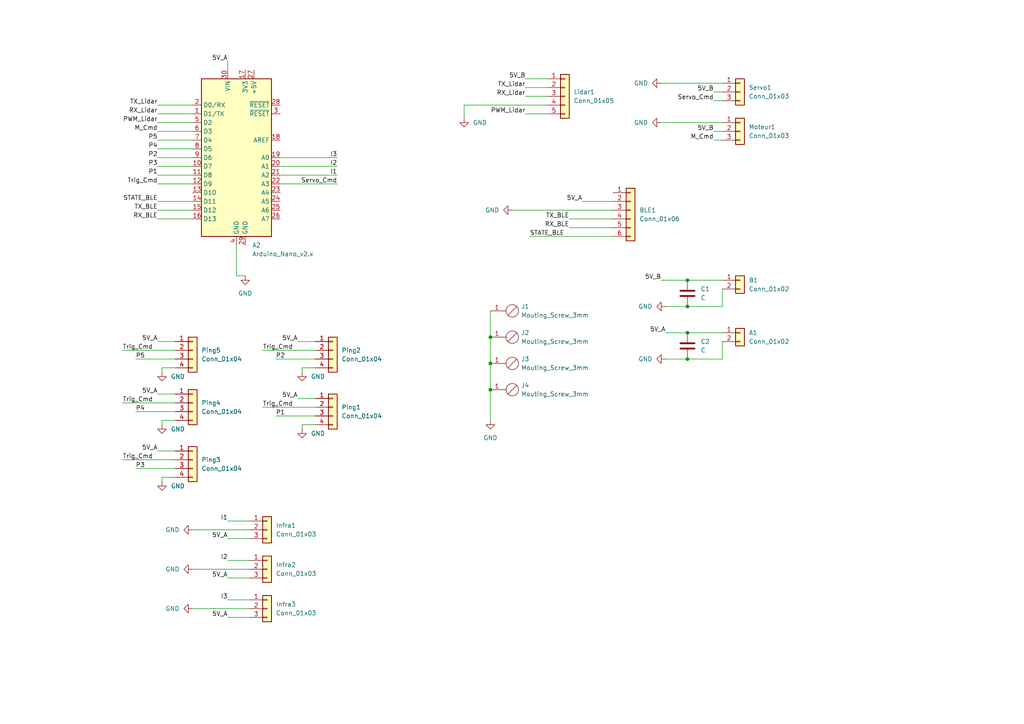
<source format=kicad_sch>
(kicad_sch (version 20211123) (generator eeschema)
  (paper "A4")
  (lib_symbols
    (symbol "Connector_Generic:Conn_01x02" (pin_names (offset 1.016) hide)
      (property "Reference" "J" (at 0 2.54 0))
      (property "Value" "Conn_01x02" (at 0 -5.08 0))
      (symbol "Conn_01x02_1_1"
        (rectangle (start -1.27 -2.413) (end 0 -2.667) (stroke (width 0.1524)))
        (rectangle (start -1.27 0.127) (end 0 -0.127) (stroke (width 0.1524)))
        (rectangle (start -1.27 1.27) (end 1.27 -3.81) (stroke (width 0.254)) (fill (type background)))
        (pin passive line (at -5.08 0 0) (length 3.81) (name "Pin_1") (number "1"))
        (pin passive line (at -5.08 -2.54 0) (length 3.81) (name "Pin_2") (number "2"))
      )
    )
    (symbol "Connector_Generic:Conn_01x03" (pin_names (offset 1.016) hide)
      (property "Reference" "J" (at 0 5.08 0))
      (property "Value" "Conn_01x03" (at 0 -5.08 0))
      (symbol "Conn_01x03_1_1"
        (rectangle (start -1.27 -2.413) (end 0 -2.667) (stroke (width 0.1524)))
        (rectangle (start -1.27 0.127) (end 0 -0.127) (stroke (width 0.1524)))
        (rectangle (start -1.27 2.667) (end 0 2.413) (stroke (width 0.1524)))
        (rectangle (start -1.27 3.81) (end 1.27 -3.81) (stroke (width 0.254)) (fill (type background)))
        (pin passive line (at -5.08 2.54 0) (length 3.81) (name "Pin_1") (number "1"))
        (pin passive line (at -5.08 0 0) (length 3.81) (name "Pin_2") (number "2"))
        (pin passive line (at -5.08 -2.54 0) (length 3.81) (name "Pin_3") (number "3"))
      )
    )
    (symbol "Connector_Generic:Conn_01x04" (pin_names (offset 1.016) hide)
      (property "Reference" "J" (at 0 5.08 0))
      (property "Value" "Conn_01x04" (at 0 -7.62 0))
      (symbol "Conn_01x04_1_1"
        (rectangle (start -1.27 -4.953) (end 0 -5.207) (stroke (width 0.1524)))
        (rectangle (start -1.27 -2.413) (end 0 -2.667) (stroke (width 0.1524)))
        (rectangle (start -1.27 0.127) (end 0 -0.127) (stroke (width 0.1524)))
        (rectangle (start -1.27 2.667) (end 0 2.413) (stroke (width 0.1524)))
        (rectangle (start -1.27 3.81) (end 1.27 -6.35) (stroke (width 0.254)) (fill (type background)))
        (pin passive line (at -5.08 2.54 0) (length 3.81) (name "Pin_1") (number "1"))
        (pin passive line (at -5.08 0 0) (length 3.81) (name "Pin_2") (number "2"))
        (pin passive line (at -5.08 -2.54 0) (length 3.81) (name "Pin_3") (number "3"))
        (pin passive line (at -5.08 -5.08 0) (length 3.81) (name "Pin_4") (number "4"))
      )
    )
    (symbol "Connector_Generic:Conn_01x05" (pin_names (offset 1.016) hide)
      (property "Reference" "J" (at 0 7.62 0))
      (property "Value" "Conn_01x05" (at 0 -7.62 0))
      (symbol "Conn_01x05_1_1"
        (rectangle (start -1.27 -4.953) (end 0 -5.207) (stroke (width 0.1524)))
        (rectangle (start -1.27 -2.413) (end 0 -2.667) (stroke (width 0.1524)))
        (rectangle (start -1.27 0.127) (end 0 -0.127) (stroke (width 0.1524)))
        (rectangle (start -1.27 2.667) (end 0 2.413) (stroke (width 0.1524)))
        (rectangle (start -1.27 5.207) (end 0 4.953) (stroke (width 0.1524)))
        (rectangle (start -1.27 6.35) (end 1.27 -6.35) (stroke (width 0.254)) (fill (type background)))
        (pin passive line (at -5.08 5.08 0) (length 3.81) (name "Pin_1") (number "1"))
        (pin passive line (at -5.08 2.54 0) (length 3.81) (name "Pin_2") (number "2"))
        (pin passive line (at -5.08 0 0) (length 3.81) (name "Pin_3") (number "3"))
        (pin passive line (at -5.08 -2.54 0) (length 3.81) (name "Pin_4") (number "4"))
        (pin passive line (at -5.08 -5.08 0) (length 3.81) (name "Pin_5") (number "5"))
      )
    )
    (symbol "Connector_Generic:Conn_01x06" (pin_names (offset 1.016) hide)
      (property "Reference" "J" (at 0 7.62 0))
      (property "Value" "Conn_01x06" (at 0 -10.16 0))
      (symbol "Conn_01x06_1_1"
        (rectangle (start -1.27 -7.493) (end 0 -7.747) (stroke (width 0.1524)))
        (rectangle (start -1.27 -4.953) (end 0 -5.207) (stroke (width 0.1524)))
        (rectangle (start -1.27 -2.413) (end 0 -2.667) (stroke (width 0.1524)))
        (rectangle (start -1.27 0.127) (end 0 -0.127) (stroke (width 0.1524)))
        (rectangle (start -1.27 2.667) (end 0 2.413) (stroke (width 0.1524)))
        (rectangle (start -1.27 5.207) (end 0 4.953) (stroke (width 0.1524)))
        (rectangle (start -1.27 6.35) (end 1.27 -8.89) (stroke (width 0.254)) (fill (type background)))
        (pin passive line (at -5.08 5.08 0) (length 3.81) (name "Pin_1") (number "1"))
        (pin passive line (at -5.08 2.54 0) (length 3.81) (name "Pin_2") (number "2"))
        (pin passive line (at -5.08 0 0) (length 3.81) (name "Pin_3") (number "3"))
        (pin passive line (at -5.08 -2.54 0) (length 3.81) (name "Pin_4") (number "4"))
        (pin passive line (at -5.08 -5.08 0) (length 3.81) (name "Pin_5") (number "5"))
        (pin passive line (at -5.08 -7.62 0) (length 3.81) (name "Pin_6") (number "6"))
      )
    )
    (symbol "MCU_Module:Arduino_Nano_v2.x"
      (property "Reference" "A" (at -10.16 23.495 0))
      (property "Value" "Arduino_Nano_v2.x" (at 5.08 -24.13 0))
      (symbol "Arduino_Nano_v2.x_0_1"
        (rectangle (start -10.16 22.86) (end 10.16 -22.86) (stroke (width 0.254)) (fill (type background)))
      )
      (symbol "Arduino_Nano_v2.x_1_1"
        (pin bidirectional line (at -12.7 12.7 0) (length 2.54) (name "D1/TX") (number "1"))
        (pin bidirectional line (at -12.7 -2.54 0) (length 2.54) (name "D7") (number "10"))
        (pin bidirectional line (at -12.7 -5.08 0) (length 2.54) (name "D8") (number "11"))
        (pin bidirectional line (at -12.7 -7.62 0) (length 2.54) (name "D9") (number "12"))
        (pin bidirectional line (at -12.7 -10.16 0) (length 2.54) (name "D10") (number "13"))
        (pin bidirectional line (at -12.7 -12.7 0) (length 2.54) (name "D11") (number "14"))
        (pin bidirectional line (at -12.7 -15.24 0) (length 2.54) (name "D12") (number "15"))
        (pin bidirectional line (at -12.7 -17.78 0) (length 2.54) (name "D13") (number "16"))
        (pin power_out line (at 2.54 25.4 270) (length 2.54) (name "3V3") (number "17"))
        (pin input line (at 12.7 5.08 180) (length 2.54) (name "AREF") (number "18"))
        (pin bidirectional line (at 12.7 0 180) (length 2.54) (name "A0") (number "19"))
        (pin bidirectional line (at -12.7 15.24 0) (length 2.54) (name "D0/RX") (number "2"))
        (pin bidirectional line (at 12.7 -2.54 180) (length 2.54) (name "A1") (number "20"))
        (pin bidirectional line (at 12.7 -5.08 180) (length 2.54) (name "A2") (number "21"))
        (pin bidirectional line (at 12.7 -7.62 180) (length 2.54) (name "A3") (number "22"))
        (pin bidirectional line (at 12.7 -10.16 180) (length 2.54) (name "A4") (number "23"))
        (pin bidirectional line (at 12.7 -12.7 180) (length 2.54) (name "A5") (number "24"))
        (pin bidirectional line (at 12.7 -15.24 180) (length 2.54) (name "A6") (number "25"))
        (pin bidirectional line (at 12.7 -17.78 180) (length 2.54) (name "A7") (number "26"))
        (pin power_out line (at 5.08 25.4 270) (length 2.54) (name "+5V") (number "27"))
        (pin input line (at 12.7 15.24 180) (length 2.54) (name "~{RESET}") (number "28"))
        (pin power_in line (at 2.54 -25.4 90) (length 2.54) (name "GND") (number "29"))
        (pin input line (at 12.7 12.7 180) (length 2.54) (name "~{RESET}") (number "3"))
        (pin power_in line (at -2.54 25.4 270) (length 2.54) (name "VIN") (number "30"))
        (pin power_in line (at 0 -25.4 90) (length 2.54) (name "GND") (number "4"))
        (pin bidirectional line (at -12.7 10.16 0) (length 2.54) (name "D2") (number "5"))
        (pin bidirectional line (at -12.7 7.62 0) (length 2.54) (name "D3") (number "6"))
        (pin bidirectional line (at -12.7 5.08 0) (length 2.54) (name "D4") (number "7"))
        (pin bidirectional line (at -12.7 2.54 0) (length 2.54) (name "D5") (number "8"))
        (pin bidirectional line (at -12.7 0 0) (length 2.54) (name "D6") (number "9"))
      )
    )
    (symbol "SymbGamelGe2:C" (pin_numbers hide) (pin_names (offset 0.254))
      (property "Reference" "C" (at 0.635 2.54 0))
      (property "Value" "C" (at 0.635 -2.54 0))
      (symbol "C_0_1"
        (polyline (pts (xy -2.032 -0.762) (xy 2.032 -0.762)) (stroke (width 0.508)))
        (polyline (pts (xy -2.032 0.762) (xy 2.032 0.762)) (stroke (width 0.508)))
      )
      (symbol "C_1_1"
        (pin passive line (at 0 3.81 270) (length 2.794) (name "~") (number "1"))
        (pin passive line (at 0 -3.81 90) (length 2.794) (name "~") (number "2"))
      )
    )
    (symbol "SymbGamelGe2:Mouting_Screw_3mm" (pin_names (offset 1.016) hide)
      (property "Reference" "J" (at 0 2.54 0))
      (property "Value" "Mouting_Screw_3mm" (at 1.27 -2.54 0))
      (symbol "Mouting_Screw_3mm_0_1"
        (polyline (pts (xy 0 -1.27) (xy 2.54 1.27)))
        (circle (center 1.27 0) (radius 1.8034))
      )
      (symbol "Mouting_Screw_3mm_1_1"
        (polyline (pts (xy -1.27 0) (xy -0.508 0)) (stroke (width 0.1524)))
        (pin passive line (at -5.08 0 0) (length 3.81) (name "Pin_1") (number "1"))
      )
    )
    (symbol "power:GND" (power) (pin_names (offset 0))
      (property "Value" "GND" (at 0 -3.81 0))
      (symbol "GND_0_1"
        (polyline (pts (xy 0 0) (xy 0 -1.27) (xy 1.27 -1.27) (xy 0 -2.54) (xy -1.27 -1.27) (xy 0 -1.27)))
      )
      (symbol "GND_1_1"
        (pin power_in line (at 0 0 270) (length 0) hide (name "GND") (number "1"))
      )
    )
  )
  (junction (at 199.39 88.9))
  (junction (at 142.24 113.03))
  (junction (at 142.24 105.41))
  (junction (at 199.39 81.28))
  (junction (at 199.39 96.52))
  (junction (at 142.24 97.79))
  (junction (at 199.39 104.14))
  (wire (pts (xy 46.99 106.68) (xy 46.99 107.95)))
  (wire (pts (xy 142.24 113.03) (xy 142.24 121.92)))
  (wire (pts (xy 35.56 133.35) (xy 50.8 133.35)))
  (wire (pts (xy 134.62 30.48) (xy 134.62 34.29)))
  (wire (pts (xy 39.37 104.14) (xy 50.8 104.14)))
  (wire (pts (xy 86.36 99.06) (xy 91.44 99.06)))
  (wire (pts (xy 71.12 80.01) (xy 68.58 80.01)))
  (wire (pts (xy 45.72 58.42) (xy 55.88 58.42)))
  (wire (pts (xy 209.55 104.14) (xy 199.39 104.14)))
  (wire (pts (xy 91.44 123.19) (xy 87.63 123.19)))
  (wire (pts (xy 50.8 121.92) (xy 46.99 121.92)))
  (wire (pts (xy 91.44 106.68) (xy 87.63 106.68)))
  (wire (pts (xy 45.72 40.64) (xy 55.88 40.64)))
  (wire (pts (xy 39.37 135.89) (xy 50.8 135.89)))
  (wire (pts (xy 158.75 30.48) (xy 134.62 30.48)))
  (wire (pts (xy 207.01 38.1) (xy 209.55 38.1)))
  (wire (pts (xy 45.72 114.3) (xy 50.8 114.3)))
  (wire (pts (xy 45.72 130.81) (xy 50.8 130.81)))
  (wire (pts (xy 142.24 90.17) (xy 142.24 97.79)))
  (wire (pts (xy 209.55 88.9) (xy 209.55 83.82)))
  (wire (pts (xy 191.77 35.56) (xy 209.55 35.56)))
  (wire (pts (xy 76.2 118.11) (xy 91.44 118.11)))
  (wire (pts (xy 165.1 63.5) (xy 177.8 63.5)))
  (wire (pts (xy 152.4 25.4) (xy 158.75 25.4)))
  (wire (pts (xy 142.24 105.41) (xy 142.24 113.03)))
  (wire (pts (xy 81.28 45.72) (xy 97.79 45.72)))
  (wire (pts (xy 72.39 165.1) (xy 55.88 165.1)))
  (wire (pts (xy 87.63 123.19) (xy 87.63 124.46)))
  (wire (pts (xy 72.39 153.67) (xy 55.88 153.67)))
  (wire (pts (xy 152.4 27.94) (xy 158.75 27.94)))
  (wire (pts (xy 66.04 167.64) (xy 72.39 167.64)))
  (wire (pts (xy 45.72 45.72) (xy 55.88 45.72)))
  (wire (pts (xy 45.72 48.26) (xy 55.88 48.26)))
  (wire (pts (xy 66.04 17.78) (xy 66.04 20.32)))
  (wire (pts (xy 168.91 58.42) (xy 177.8 58.42)))
  (wire (pts (xy 193.04 104.14) (xy 199.39 104.14)))
  (wire (pts (xy 142.24 97.79) (xy 142.24 105.41)))
  (wire (pts (xy 66.04 173.99) (xy 72.39 173.99)))
  (wire (pts (xy 66.04 156.21) (xy 72.39 156.21)))
  (wire (pts (xy 152.4 33.02) (xy 158.75 33.02)))
  (wire (pts (xy 199.39 81.28) (xy 209.55 81.28)))
  (wire (pts (xy 191.77 24.13) (xy 209.55 24.13)))
  (wire (pts (xy 45.72 35.56) (xy 55.88 35.56)))
  (wire (pts (xy 199.39 88.9) (xy 209.55 88.9)))
  (wire (pts (xy 76.2 101.6) (xy 91.44 101.6)))
  (wire (pts (xy 193.04 96.52) (xy 199.39 96.52)))
  (wire (pts (xy 209.55 99.06) (xy 209.55 104.14)))
  (wire (pts (xy 45.72 99.06) (xy 50.8 99.06)))
  (wire (pts (xy 50.8 138.43) (xy 46.99 138.43)))
  (wire (pts (xy 193.04 88.9) (xy 199.39 88.9)))
  (wire (pts (xy 46.99 121.92) (xy 46.99 123.19)))
  (wire (pts (xy 81.28 48.26) (xy 97.79 48.26)))
  (wire (pts (xy 207.01 29.21) (xy 209.55 29.21)))
  (wire (pts (xy 68.58 80.01) (xy 68.58 71.12)))
  (wire (pts (xy 45.72 30.48) (xy 55.88 30.48)))
  (wire (pts (xy 45.72 60.96) (xy 55.88 60.96)))
  (wire (pts (xy 66.04 151.13) (xy 72.39 151.13)))
  (wire (pts (xy 66.04 162.56) (xy 72.39 162.56)))
  (wire (pts (xy 50.8 106.68) (xy 46.99 106.68)))
  (wire (pts (xy 199.39 96.52) (xy 209.55 96.52)))
  (wire (pts (xy 45.72 38.1) (xy 55.88 38.1)))
  (wire (pts (xy 35.56 116.84) (xy 50.8 116.84)))
  (wire (pts (xy 153.67 68.58) (xy 177.8 68.58)))
  (wire (pts (xy 45.72 33.02) (xy 55.88 33.02)))
  (wire (pts (xy 45.72 43.18) (xy 55.88 43.18)))
  (wire (pts (xy 35.56 101.6) (xy 50.8 101.6)))
  (wire (pts (xy 66.04 179.07) (xy 72.39 179.07)))
  (wire (pts (xy 45.72 50.8) (xy 55.88 50.8)))
  (wire (pts (xy 81.28 50.8) (xy 97.79 50.8)))
  (wire (pts (xy 86.36 115.57) (xy 91.44 115.57)))
  (wire (pts (xy 45.72 53.34) (xy 55.88 53.34)))
  (wire (pts (xy 207.01 26.67) (xy 209.55 26.67)))
  (wire (pts (xy 207.01 40.64) (xy 209.55 40.64)))
  (wire (pts (xy 165.1 66.04) (xy 177.8 66.04)))
  (wire (pts (xy 80.01 104.14) (xy 91.44 104.14)))
  (wire (pts (xy 46.99 138.43) (xy 46.99 139.7)))
  (wire (pts (xy 191.77 81.28) (xy 199.39 81.28)))
  (wire (pts (xy 81.28 53.34) (xy 97.79 53.34)))
  (wire (pts (xy 87.63 106.68) (xy 87.63 107.95)))
  (wire (pts (xy 80.01 120.65) (xy 91.44 120.65)))
  (wire (pts (xy 72.39 176.53) (xy 55.88 176.53)))
  (wire (pts (xy 148.59 60.96) (xy 177.8 60.96)))
  (wire (pts (xy 45.72 63.5) (xy 55.88 63.5)))
  (wire (pts (xy 39.37 119.38) (xy 50.8 119.38)))
  (wire (pts (xy 152.4 22.86) (xy 158.75 22.86)))
  (label "P3" (at 45.72 48.26 180))
  (label "Servo_Cmd" (at 207.01 29.21 180))
  (label "Trig_Cmd" (at 45.72 53.34 180))
  (label "5V_A" (at 66.04 17.78 180))
  (label "TX_BLE" (at 165.1 63.5 180))
  (label "P1" (at 45.72 50.8 180))
  (label "I3" (at 66.04 173.99 180))
  (label "P4" (at 39.37 119.38 0))
  (label "RX_Lidar" (at 152.4 27.94 180))
  (label "Trig_Cmd" (at 76.2 118.11 0))
  (label "5V_A" (at 45.72 114.3 180))
  (label "P2" (at 45.72 45.72 180))
  (label "P5" (at 39.37 104.14 0))
  (label "TX_Lidar" (at 45.72 30.48 180))
  (label "PWM_Lidar" (at 152.4 33.02 180))
  (label "I1" (at 97.79 50.8 180))
  (label "5V_B" (at 207.01 38.1 180))
  (label "P3" (at 39.37 135.89 0))
  (label "STATE_BLE" (at 45.72 58.42 180))
  (label "5V_B" (at 191.77 81.28 180))
  (label "Servo_Cmd" (at 97.79 53.34 180))
  (label "5V_A" (at 45.72 130.81 180))
  (label "Trig_Cmd" (at 35.56 133.35 0))
  (label "RX_BLE" (at 165.1 66.04 180))
  (label "5V_B" (at 152.4 22.86 180))
  (label "I3" (at 97.79 45.72 180))
  (label "M_Cmd" (at 207.01 40.64 180))
  (label "5V_A" (at 86.36 99.06 180))
  (label "Trig_Cmd" (at 76.2 101.6 0))
  (label "P2" (at 80.01 104.14 0))
  (label "5V_A" (at 66.04 156.21 180))
  (label "5V_A" (at 66.0449 179.07 180))
  (label "Trig_Cmd" (at 35.56 101.6 0))
  (label "Trig_Cmd" (at 35.56 116.84 0))
  (label "P4" (at 45.72 43.18 180))
  (label "5V_B" (at 207.01 26.67 180))
  (label "TX_Lidar" (at 152.4 25.4 180))
  (label "RX_Lidar" (at 45.72 33.02 180))
  (label "P5" (at 45.72 40.64 180))
  (label "P1" (at 80.01 120.65 0))
  (label "5V_A" (at 45.72 99.06 180))
  (label "5V_A" (at 66.04 167.64 180))
  (label "TX_BLE" (at 45.72 60.96 180))
  (label "STATE_BLE" (at 153.67 68.58 0))
  (label "5V_A" (at 168.91 58.42 180))
  (label "PWM_Lidar" (at 45.72 35.56 180))
  (label "5V_A" (at 193.04 96.52 180))
  (label "I1" (at 66.04 151.13 180))
  (label "5V_A" (at 86.36 115.57 180))
  (label "I2" (at 97.79 48.26 180))
  (label "RX_BLE" (at 45.72 63.5 180))
  (label "I2" (at 66.04 162.56 180))
  (label "M_Cmd" (at 45.72 38.1 180))
  (symbol (lib_id "power:GND") (at 87.63 124.46 0) (unit 1)
    (property "Reference" "#PWR0108" (effects hide))
    (property "Value" "GND" (at 90.17 125.7299 0) (effects (justify left)))
  )
  (symbol (lib_id "Connector_Generic:Conn_01x02") (at 214.63 81.28 0) (unit 1)
    (property "Reference" "B1" (at 217.17 81.2799 0) (effects (justify left)))
    (property "Value" "Conn_01x02" (at 217.17 83.8199 0) (effects (justify left)))
    (property "Footprint" "Connector_PinHeader_2.54mm:PinHeader_1x02_P2.54mm_Vertical" (effects hide))
  )
  (symbol (lib_id "SymbGamelGe2:C") (at 199.39 85.09 0) (unit 1)
    (property "Reference" "C1" (at 203.2 83.8199 0) (effects (justify left)))
    (property "Value" "C" (at 203.2 86.3599 0) (effects (justify left)))
    (property "Footprint" "FootprintGamelGe2:C_Rect_L7.0mm_W2.5mm_P5.00mm" (effects hide))
  )
  (symbol (lib_id "Connector_Generic:Conn_01x04") (at 55.88 101.6 0) (unit 1)
    (property "Reference" "Ping5" (at 58.42 101.5999 0) (effects (justify left)))
    (property "Value" "Conn_01x04" (at 58.42 104.1399 0) (effects (justify left)))
    (property "Footprint" "Connector_PinHeader_2.54mm:PinHeader_1x04_P2.54mm_Vertical" (effects hide))
  )
  (symbol (lib_id "power:GND") (at 134.62 34.29 0) (unit 1)
    (property "Reference" "#PWR0101" (effects hide))
    (property "Value" "GND" (at 137.16 35.5599 0) (effects (justify left)))
  )
  (symbol (lib_id "power:GND") (at 46.99 123.19 0) (unit 1)
    (property "Reference" "#PWR0104" (effects hide))
    (property "Value" "GND" (at 49.53 124.4599 0) (effects (justify left)))
  )
  (symbol (lib_id "power:GND") (at 193.04 88.9 270) (unit 1)
    (property "Reference" "#PWR0113" (effects hide))
    (property "Value" "GND" (at 189.23 88.8999 90) (effects (justify right)))
  )
  (symbol (lib_id "Connector_Generic:Conn_01x03") (at 77.47 153.67 0) (unit 1)
    (property "Reference" "Infra1" (at 80.01 152.3999 0) (effects (justify left)))
    (property "Value" "Conn_01x03" (at 80.01 154.9399 0) (effects (justify left)))
    (property "Footprint" "Connector_PinHeader_2.54mm:PinHeader_1x03_P2.54mm_Vertical" (effects hide))
  )
  (symbol (lib_id "MCU_Module:Arduino_Nano_v2.x") (at 68.58 45.72 0) (unit 1)
    (property "Reference" "A2" (at 73.1394 71.12 0) (effects (justify left)))
    (property "Value" "Arduino_Nano_v2.x" (at 73.1394 73.66 0) (effects (justify left)))
    (property "Footprint" "Module:Arduino_Nano" (effects hide))
    (property "Datasheet" "https://www.arduino.cc/en/uploads/Main/ArduinoNanoManual23.pdf" (effects hide))
  )
  (symbol (lib_id "Connector_Generic:Conn_01x04") (at 55.88 116.84 0) (unit 1)
    (property "Reference" "Ping4" (at 58.42 116.8399 0) (effects (justify left)))
    (property "Value" "Conn_01x04" (at 58.42 119.3799 0) (effects (justify left)))
    (property "Footprint" "Connector_PinHeader_2.54mm:PinHeader_1x04_P2.54mm_Vertical" (effects hide))
  )
  (symbol (lib_id "SymbGamelGe2:Mouting_Screw_3mm") (at 147.32 97.79 0) (unit 1)
    (property "Reference" "J2" (at 151.13 96.5199 0) (effects (justify left)))
    (property "Value" "Mouting_Screw_3mm" (at 151.13 99.0599 0) (effects (justify left)))
    (property "Footprint" "FootprintGamelGe2:Mouting_Screw_3mm" (effects hide))
  )
  (symbol (lib_id "power:GND") (at 87.63 107.95 0) (unit 1)
    (property "Reference" "#PWR0106" (effects hide))
    (property "Value" "GND" (at 90.17 109.2199 0) (effects (justify left)))
  )
  (symbol (lib_id "Connector_Generic:Conn_01x03") (at 77.47 176.53 0) (unit 1)
    (property "Reference" "Infra3" (at 80.01 175.2599 0) (effects (justify left)))
    (property "Value" "Conn_01x03" (at 80.01 177.7999 0) (effects (justify left)))
    (property "Footprint" "Connector_PinHeader_2.54mm:PinHeader_1x03_P2.54mm_Vertical" (effects hide))
  )
  (symbol (lib_id "power:GND") (at 148.59 60.96 270) (unit 1)
    (property "Reference" "#PWR0102" (effects hide))
    (property "Value" "GND" (at 144.78 60.9599 90) (effects (justify right)))
  )
  (symbol (lib_id "Connector_Generic:Conn_01x03") (at 214.63 38.1 0) (unit 1)
    (property "Reference" "Moteur1" (at 217.17 36.8299 0) (effects (justify left)))
    (property "Value" "Conn_01x03" (at 217.17 39.3699 0) (effects (justify left)))
    (property "Footprint" "Connector_PinHeader_2.54mm:PinHeader_1x03_P2.54mm_Vertical" (effects hide))
  )
  (symbol (lib_id "SymbGamelGe2:Mouting_Screw_3mm") (at 147.32 105.41 0) (unit 1)
    (property "Reference" "J3" (at 151.13 104.1399 0) (effects (justify left)))
    (property "Value" "Mouting_Screw_3mm" (at 151.13 106.6799 0) (effects (justify left)))
    (property "Footprint" "FootprintGamelGe2:Mouting_Screw_3mm" (effects hide))
  )
  (symbol (lib_id "Connector_Generic:Conn_01x06") (at 182.88 60.96 0) (unit 1)
    (property "Reference" "BLE1" (at 185.42 60.9599 0) (effects (justify left)))
    (property "Value" "Conn_01x06" (at 185.42 63.4999 0) (effects (justify left)))
    (property "Footprint" "Connector_PinHeader_2.54mm:PinHeader_1x06_P2.54mm_Vertical" (effects hide))
  )
  (symbol (lib_id "power:GND") (at 46.99 107.95 0) (unit 1)
    (property "Reference" "#PWR0107" (effects hide))
    (property "Value" "GND" (at 49.53 109.2199 0) (effects (justify left)))
  )
  (symbol (lib_id "SymbGamelGe2:Mouting_Screw_3mm") (at 147.32 113.03 0) (unit 1)
    (property "Reference" "J4" (at 151.13 111.7599 0) (effects (justify left)))
    (property "Value" "Mouting_Screw_3mm" (at 151.13 114.2999 0) (effects (justify left)))
    (property "Footprint" "FootprintGamelGe2:Mouting_Screw_3mm" (effects hide))
  )
  (symbol (lib_id "SymbGamelGe2:C") (at 199.39 100.33 0) (unit 1)
    (property "Reference" "C2" (at 203.2 99.0599 0) (effects (justify left)))
    (property "Value" "C" (at 203.2 101.5999 0) (effects (justify left)))
    (property "Footprint" "FootprintGamelGe2:C_Rect_L7.0mm_W2.5mm_P5.00mm" (effects hide))
  )
  (symbol (lib_id "power:GND") (at 191.77 35.56 270) (unit 1)
    (property "Reference" "#PWR0118" (effects hide))
    (property "Value" "GND" (at 187.96 35.5599 90) (effects (justify right)))
  )
  (symbol (lib_id "Connector_Generic:Conn_01x04") (at 96.52 101.6 0) (unit 1)
    (property "Reference" "Ping2" (at 99.06 101.5999 0) (effects (justify left)))
    (property "Value" "Conn_01x04" (at 99.06 104.1399 0) (effects (justify left)))
    (property "Footprint" "Connector_PinHeader_2.54mm:PinHeader_1x04_P2.54mm_Vertical" (effects hide))
  )
  (symbol (lib_id "power:GND") (at 71.12 80.01 0) (unit 1)
    (property "Reference" "#PWR0103" (effects hide))
    (property "Value" "GND" (at 71.12 85.09 0))
  )
  (symbol (lib_id "power:GND") (at 55.88 165.1 270) (unit 1)
    (property "Reference" "#PWR0111" (effects hide))
    (property "Value" "GND" (at 52.07 165.0999 90) (effects (justify right)))
  )
  (symbol (lib_id "power:GND") (at 55.88 176.53 270) (unit 1)
    (property "Reference" "#PWR0110" (effects hide))
    (property "Value" "GND" (at 52.07 176.5299 90) (effects (justify right)))
  )
  (symbol (lib_id "Connector_Generic:Conn_01x03") (at 214.63 26.67 0) (unit 1)
    (property "Reference" "Servo1" (at 217.17 25.3999 0) (effects (justify left)))
    (property "Value" "Conn_01x03" (at 217.17 27.9399 0) (effects (justify left)))
    (property "Footprint" "Connector_PinHeader_2.54mm:PinHeader_1x03_P2.54mm_Vertical" (effects hide))
  )
  (symbol (lib_id "Connector_Generic:Conn_01x03") (at 77.47 165.1 0) (unit 1)
    (property "Reference" "Infra2" (at 80.01 163.8299 0) (effects (justify left)))
    (property "Value" "Conn_01x03" (at 80.01 166.3699 0) (effects (justify left)))
    (property "Footprint" "Connector_PinHeader_2.54mm:PinHeader_1x03_P2.54mm_Vertical" (effects hide))
  )
  (symbol (lib_id "Connector_Generic:Conn_01x05") (at 163.83 27.94 0) (unit 1)
    (property "Reference" "Lidar1" (at 166.37 26.6699 0) (effects (justify left)))
    (property "Value" "Conn_01x05" (at 166.37 29.2099 0) (effects (justify left)))
    (property "Footprint" "Connector_PinHeader_2.54mm:PinHeader_1x05_P2.54mm_Vertical" (effects hide))
  )
  (symbol (lib_id "power:GND") (at 193.04 104.14 270) (unit 1)
    (property "Reference" "#PWR0116" (effects hide))
    (property "Value" "GND" (at 189.23 104.1399 90) (effects (justify right)))
  )
  (symbol (lib_id "Connector_Generic:Conn_01x04") (at 55.88 133.35 0) (unit 1)
    (property "Reference" "Ping3" (at 58.42 133.3499 0) (effects (justify left)))
    (property "Value" "Conn_01x04" (at 58.42 135.8899 0) (effects (justify left)))
    (property "Footprint" "Connector_PinHeader_2.54mm:PinHeader_1x04_P2.54mm_Vertical" (effects hide))
  )
  (symbol (lib_id "power:GND") (at 55.88 153.67 270) (unit 1)
    (property "Reference" "#PWR0109" (effects hide))
    (property "Value" "GND" (at 52.07 153.6699 90) (effects (justify right)))
  )
  (symbol (lib_id "SymbGamelGe2:Mouting_Screw_3mm") (at 147.32 90.17 0) (unit 1)
    (property "Reference" "J1" (at 151.13 88.8999 0) (effects (justify left)))
    (property "Value" "Mouting_Screw_3mm" (at 151.13 91.4399 0) (effects (justify left)))
    (property "Footprint" "FootprintGamelGe2:Mouting_Screw_3mm" (effects hide))
  )
  (symbol (lib_id "power:GND") (at 142.24 121.92 0) (unit 1)
    (property "Reference" "#PWR0119" (effects hide))
    (property "Value" "GND" (at 142.24 127 0))
  )
  (symbol (lib_id "Connector_Generic:Conn_01x02") (at 214.63 96.52 0) (unit 1)
    (property "Reference" "A1" (at 217.17 96.5199 0) (effects (justify left)))
    (property "Value" "Conn_01x02" (at 217.17 99.0599 0) (effects (justify left)))
    (property "Footprint" "Connector_PinHeader_2.54mm:PinHeader_1x02_P2.54mm_Vertical" (effects hide))
  )
  (symbol (lib_id "power:GND") (at 191.77 24.13 270) (unit 1)
    (property "Reference" "#PWR0117" (effects hide))
    (property "Value" "GND" (at 187.96 24.1299 90) (effects (justify right)))
  )
  (symbol (lib_id "power:GND") (at 46.99 139.7 0) (unit 1)
    (property "Reference" "#PWR0105" (effects hide))
    (property "Value" "GND" (at 49.53 140.9699 0) (effects (justify left)))
  )
  (symbol (lib_id "Connector_Generic:Conn_01x04") (at 96.52 118.11 0) (unit 1)
    (property "Reference" "Ping1" (at 99.06 118.1099 0) (effects (justify left)))
    (property "Value" "Conn_01x04" (at 99.06 120.6499 0) (effects (justify left)))
    (property "Footprint" "Connector_PinHeader_2.54mm:PinHeader_1x04_P2.54mm_Vertical" (effects hide))
  )
)
</source>
